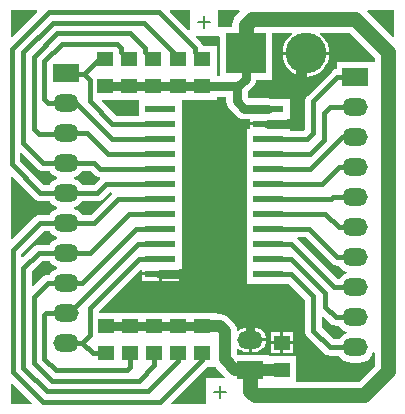
<source format=gtl>
%FSTAX24Y24*%
%MOIN*%
G70*
G01*
G75*
G04 Layer_Physical_Order=1*
G04 Layer_Color=255*
%ADD10R,0.0550X0.0500*%
%ADD11R,0.1030X0.0240*%
%ADD12C,0.0150*%
%ADD13C,0.0500*%
%ADD14C,0.0400*%
%ADD15C,0.0300*%
%ADD16C,0.0071*%
%ADD17O,0.0850X0.0600*%
%ADD18R,0.0850X0.0600*%
%ADD19R,0.1360X0.1360*%
%ADD20C,0.1360*%
G36*
X025754Y030204D02*
X025811Y03016D01*
X025878Y030132D01*
X02595Y030123D01*
X026258D01*
X026318Y030043D01*
X026423Y029963D01*
X026515Y029925D01*
Y029875D01*
X026423Y029837D01*
X026318Y029757D01*
X026258Y029677D01*
X02595D01*
X025878Y029668D01*
X025811Y02964D01*
X025754Y029596D01*
X025007Y02885D01*
X024961Y028869D01*
Y030931D01*
X025007Y03095D01*
X025754Y030204D01*
D02*
G37*
G36*
X026318Y029043D02*
X026423Y028963D01*
X026515Y028925D01*
Y028875D01*
X026423Y028837D01*
X026318Y028757D01*
X026258Y028677D01*
X0259D01*
X025828Y028668D01*
X025761Y02864D01*
X025704Y028596D01*
X025358Y02825D01*
X025311Y028269D01*
Y028369D01*
X026065Y029123D01*
X026258D01*
X026318Y029043D01*
D02*
G37*
G36*
X025854Y031204D02*
X025911Y03116D01*
X025978Y031132D01*
X02605Y031123D01*
X026258D01*
X026318Y031043D01*
X026423Y030963D01*
X026515Y030925D01*
Y030875D01*
X026423Y030837D01*
X026318Y030757D01*
X026258Y030677D01*
X026065D01*
X025277Y031465D01*
Y031715D01*
X025324Y031734D01*
X025854Y031204D01*
D02*
G37*
G36*
X028334Y030376D02*
X027635Y029677D01*
X027342D01*
X027282Y029757D01*
X027177Y029837D01*
X027085Y029875D01*
Y029925D01*
X027177Y029963D01*
X027282Y030043D01*
X027342Y030123D01*
X02785D01*
X027922Y030132D01*
X027961Y030148D01*
X027989Y03016D01*
X028046Y030204D01*
X028265Y030423D01*
X028315D01*
X028334Y030376D01*
D02*
G37*
G36*
X035654Y028054D02*
X035654D01*
X035654Y028054D01*
X035654D01*
X035654Y028054D01*
Y028054D01*
X035654Y028054D01*
Y028054D01*
X035711Y02801D01*
X035778Y027982D01*
X03585Y027973D01*
X035908D01*
X035968Y027893D01*
X036073Y027813D01*
X036165Y027775D01*
Y027725D01*
X036073Y027687D01*
X035968Y027607D01*
X035912Y027533D01*
X035862Y02753D01*
X034516Y028876D01*
X034535Y028923D01*
X034785D01*
X035654Y028054D01*
D02*
G37*
G36*
X031815Y024565D02*
X032113Y024267D01*
X032093Y024221D01*
X031479D01*
Y023361D01*
X030333D01*
X030314Y023407D01*
X031506Y0246D01*
X031788D01*
X031815Y024565D01*
D02*
G37*
G36*
X025665Y023407D02*
X025646Y023361D01*
X024961D01*
Y02345D01*
X024961Y02345D01*
X024961Y02345D01*
Y02345D01*
Y024046D01*
X025007Y024065D01*
X025665Y023407D01*
D02*
G37*
G36*
X026318Y028043D02*
X026423Y027963D01*
X026515Y027925D01*
Y027875D01*
X026423Y027837D01*
X026318Y027757D01*
X026258Y027677D01*
X0262D01*
X026128Y027668D01*
X026061Y02764D01*
X026004Y027596D01*
X025708Y0273D01*
X025661Y027319D01*
Y027769D01*
X026015Y028123D01*
X026258D01*
X026318Y028043D01*
D02*
G37*
G36*
X035604Y026054D02*
X035661Y02601D01*
X035728Y025982D01*
X0358Y025973D01*
X035908D01*
X035968Y025893D01*
X036073Y025813D01*
X036165Y025775D01*
Y025725D01*
X036073Y025687D01*
X035968Y025607D01*
X035908Y025527D01*
X035715D01*
X035327Y025915D01*
Y026265D01*
X035374Y026284D01*
X035604Y026054D01*
D02*
G37*
G36*
X027754Y031004D02*
X027811Y03096D01*
X027878Y030932D01*
X027921Y030926D01*
X027937Y030879D01*
X027735Y030677D01*
X027342D01*
X027282Y030757D01*
X027177Y030837D01*
X027085Y030875D01*
Y030925D01*
X027177Y030963D01*
X027282Y031043D01*
X027342Y031123D01*
X027635D01*
X027754Y031004D01*
D02*
G37*
G36*
X037096Y034912D02*
Y03475D01*
X037075D01*
Y03475D01*
X035825D01*
Y034524D01*
X035778Y034518D01*
X035711Y03449D01*
X035654Y034446D01*
X034854Y033646D01*
X03481Y033589D01*
X034798Y033561D01*
X034782Y033522D01*
X034773Y03345D01*
Y032515D01*
X034735Y032477D01*
X034265D01*
Y03252D01*
X034165D01*
Y03265D01*
X032935D01*
Y03252D01*
X032835D01*
Y03188D01*
Y03138D01*
Y03088D01*
Y03038D01*
Y02988D01*
Y02938D01*
Y02888D01*
Y02838D01*
Y02788D01*
Y02738D01*
X034233D01*
X034773Y02684D01*
Y0258D01*
X034782Y025728D01*
X034798Y025689D01*
X03481Y025661D01*
X034854Y025604D01*
X035404Y025054D01*
X035461Y02501D01*
X035528Y024982D01*
X035528Y024982D01*
X035528Y024982D01*
D01*
X035528Y024982D01*
X035528Y024982D01*
X0356Y024973D01*
X035908D01*
X035968Y024893D01*
X036073Y024813D01*
X036194Y024763D01*
X036325Y024746D01*
X036575D01*
X036706Y024763D01*
X036827Y024813D01*
X036932Y024893D01*
X037012Y024998D01*
X037047Y025083D01*
X037096Y025073D01*
Y024638D01*
X036562Y024104D01*
X034475D01*
Y02495D01*
X033575D01*
Y025D01*
X032521D01*
X032503Y025017D01*
Y025186D01*
X032548Y025208D01*
X032623Y025151D01*
X032721Y02511D01*
X032825Y025097D01*
X0329D01*
Y0255D01*
Y025903D01*
X032825D01*
X032721Y02589D01*
X032623Y025849D01*
X032548Y025792D01*
X032502Y025811D01*
X03249Y025904D01*
X032449Y026002D01*
X032385Y026085D01*
X032235Y026235D01*
X032152Y026299D01*
X032054Y02634D01*
X03195Y026353D01*
X03195Y026353D01*
X031825D01*
Y0264D01*
X027908D01*
X027888Y026446D01*
X029289Y027847D01*
X029335Y027827D01*
Y02775D01*
X030565D01*
Y02788D01*
X030665D01*
Y02838D01*
Y02888D01*
Y02938D01*
Y02988D01*
Y03038D01*
Y03088D01*
Y03138D01*
Y03188D01*
Y03238D01*
Y03288D01*
Y0335D01*
X031825D01*
Y033597D01*
X032147D01*
Y03345D01*
X032159Y033359D01*
X032194Y033273D01*
X03225Y0332D01*
X0325Y03295D01*
X0325Y03295D01*
X0325D01*
X0325Y03295D01*
X0325D01*
X0325Y03295D01*
Y03295D01*
Y03295D01*
D01*
D01*
X0325D01*
Y03295D01*
X032573Y032894D01*
X032659Y032859D01*
X03275Y032847D01*
X032935D01*
Y03275D01*
X034165D01*
Y03288D01*
X034265D01*
Y03352D01*
X033692D01*
X033641Y033541D01*
X03355Y033553D01*
X032896D01*
X032853Y033596D01*
Y033754D01*
X03305Y03395D01*
X033106Y034023D01*
X033141Y034109D01*
X033149Y03417D01*
X03368D01*
Y035746D01*
X034344D01*
X034361Y035699D01*
X034246Y035604D01*
X034148Y035485D01*
X034076Y03535D01*
X034031Y035203D01*
X034021Y0351D01*
X035579D01*
X035569Y035203D01*
X035524Y03535D01*
X035452Y035485D01*
X035354Y035604D01*
X035239Y035699D01*
X035256Y035746D01*
X036262D01*
X037096Y034912D01*
D02*
G37*
G36*
X037739Y035619D02*
X037693Y035599D01*
X036849Y036443D01*
X036869Y036489D01*
X037739D01*
Y035619D01*
D02*
G37*
G36*
X025851Y036443D02*
X025007Y035599D01*
X024961Y035618D01*
Y036489D01*
X025832D01*
X025851Y036443D01*
D02*
G37*
G36*
X031871Y035629D02*
X031885D01*
X03192Y035594D01*
Y034303D01*
X031825D01*
Y0344D01*
Y0353D01*
X031362D01*
X03134Y035353D01*
X031296Y03541D01*
X031123Y035583D01*
X031142Y035629D01*
X031871D01*
Y035629D01*
D02*
G37*
G36*
X032601Y036443D02*
X032479Y036321D01*
X032407Y036227D01*
X032388Y036182D01*
X032362Y036117D01*
X032346Y036D01*
Y03593D01*
X03192D01*
Y03593D01*
X031906D01*
X031871Y035965D01*
Y036489D01*
X032582D01*
X032601Y036443D01*
D02*
G37*
G36*
X029235Y03302D02*
Y032977D01*
X028465D01*
X027988Y033454D01*
X028008Y0335D01*
X029235D01*
Y03302D01*
D02*
G37*
G36*
X030929Y035842D02*
X030883Y035823D01*
X030264Y036443D01*
X030283Y036489D01*
X030929D01*
Y035842D01*
D02*
G37*
%LPC*%
G36*
X03395Y02575D02*
X033625D01*
Y02545D01*
X03395D01*
Y02575D01*
D02*
G37*
G36*
X033472Y02545D02*
X033D01*
Y025097D01*
X033075D01*
X033179Y02511D01*
X033277Y025151D01*
X03336Y025215D01*
X033424Y025298D01*
X033465Y025396D01*
X033472Y02545D01*
D02*
G37*
G36*
X03395Y02535D02*
X033625D01*
Y02505D01*
X03395D01*
Y02535D01*
D02*
G37*
G36*
X034375D02*
X03405D01*
Y02505D01*
X034375D01*
Y02535D01*
D02*
G37*
G36*
X030565Y02765D02*
X03D01*
Y02748D01*
X030565D01*
Y02765D01*
D02*
G37*
G36*
X035579Y035D02*
X03485D01*
Y034271D01*
X034953Y034281D01*
X0351Y034326D01*
X035235Y034398D01*
X035354Y034496D01*
X035452Y034615D01*
X035524Y03475D01*
X035569Y034897D01*
X035579Y035D01*
D02*
G37*
G36*
X03475D02*
X034021D01*
X034031Y034897D01*
X034076Y03475D01*
X034148Y034615D01*
X034246Y034496D01*
X034365Y034398D01*
X0345Y034326D01*
X034647Y034281D01*
X03475Y034271D01*
Y035D01*
D02*
G37*
G36*
X034375Y02575D02*
X03405D01*
Y02545D01*
X034375D01*
Y02575D01*
D02*
G37*
G36*
X033075Y025903D02*
X033D01*
Y02555D01*
X033472D01*
X033465Y025604D01*
X033424Y025702D01*
X03336Y025785D01*
X033277Y025849D01*
X033179Y02589D01*
X033075Y025903D01*
D02*
G37*
G36*
X0299Y02765D02*
X029335D01*
Y02748D01*
X0299D01*
Y02765D01*
D02*
G37*
%LPD*%
D10*
X034Y0254D02*
D03*
Y0245D02*
D03*
X03135Y03395D02*
D03*
Y03485D02*
D03*
X03055Y03395D02*
D03*
Y03485D02*
D03*
X0297Y03395D02*
D03*
Y03485D02*
D03*
X0289Y03395D02*
D03*
Y03485D02*
D03*
X0281Y03395D02*
D03*
Y03485D02*
D03*
X03135Y02595D02*
D03*
Y02505D02*
D03*
X03055Y02595D02*
D03*
Y02505D02*
D03*
X02975Y02595D02*
D03*
Y02505D02*
D03*
X02895Y02595D02*
D03*
Y02505D02*
D03*
X02815Y02595D02*
D03*
Y02505D02*
D03*
D11*
X03355Y0332D02*
D03*
Y0327D02*
D03*
Y0322D02*
D03*
Y0317D02*
D03*
Y0312D02*
D03*
Y0307D02*
D03*
Y0302D02*
D03*
Y0297D02*
D03*
Y0292D02*
D03*
Y0287D02*
D03*
Y0282D02*
D03*
Y0277D02*
D03*
X02995D02*
D03*
Y0282D02*
D03*
Y0287D02*
D03*
Y0292D02*
D03*
Y0297D02*
D03*
Y0302D02*
D03*
Y0307D02*
D03*
Y0312D02*
D03*
Y0317D02*
D03*
Y0322D02*
D03*
Y0327D02*
D03*
Y0332D02*
D03*
D12*
X025Y035199D02*
X026226Y036425D01*
X025Y03135D02*
Y035199D01*
Y03135D02*
X02595Y0304D01*
X025384Y035088D02*
X026371Y036075D01*
X025384Y032066D02*
Y035088D01*
Y032066D02*
X02605Y0314D01*
X025734Y034943D02*
X026516Y035725D01*
X025734Y032516D02*
Y034943D01*
Y032516D02*
X0259Y03235D01*
X026084Y034798D02*
X026661Y035375D01*
X026084Y033516D02*
Y034798D01*
Y033516D02*
X0262Y0334D01*
X028834Y024484D02*
X02895Y0246D01*
X026466Y024484D02*
X028834D01*
X026084Y024866D02*
X026466Y024484D01*
X025734Y024721D02*
X026321Y024134D01*
X029234D01*
X02975Y02465D01*
X029529Y023784D02*
X03055Y024805D01*
X026176Y023784D02*
X029529D01*
X025384Y024576D02*
X026176Y023784D01*
X025034Y024431D02*
X026031Y023434D01*
X029948D01*
X03135Y024836D01*
X026084Y024866D02*
Y026334D01*
X02615Y0264D01*
X025734Y026934D02*
X0262Y0274D01*
X025734Y024721D02*
Y026934D01*
X025384Y024576D02*
Y027884D01*
X0259Y0284D01*
X025034Y028484D02*
X02595Y0294D01*
X025034Y024431D02*
Y028484D01*
X03135Y024836D02*
Y02505D01*
X03055Y024805D02*
Y02505D01*
X02975Y02465D02*
Y02505D01*
X03355Y0277D02*
X034305D01*
X03505Y026955D01*
Y0258D02*
Y026955D01*
Y0258D02*
X0356Y02525D01*
X03645D01*
X03355Y0282D02*
X0343D01*
X03545Y02705D01*
Y0266D02*
Y02705D01*
Y0266D02*
X0358Y02625D01*
X03645D01*
X03355Y0287D02*
X0343D01*
X03575Y02725D01*
X03645D01*
X03355Y0292D02*
X0349D01*
X03585Y02825D01*
X03645D01*
X03355Y0297D02*
X03545D01*
X0359Y02925D01*
X03645D01*
X03355Y0302D02*
X03565D01*
X0357Y03025D01*
X03645D01*
X03355Y0307D02*
X03535D01*
X0359Y03125D01*
X03645D01*
X035995Y03225D02*
X03645D01*
X034945Y0312D02*
X035995Y03225D01*
X03355Y0312D02*
X034945D01*
X03355Y0317D02*
X03495D01*
X0354Y03215D01*
Y03305D01*
X0356Y03325D01*
X03645D01*
X03355Y0322D02*
X03485D01*
X03505Y0324D01*
Y03345D01*
X03585Y03425D01*
X03645D01*
X02595Y0304D02*
X0268D01*
X026226Y036425D02*
X029889D01*
X0311Y035214D01*
Y0351D02*
Y035214D01*
Y0351D02*
X03135Y03485D01*
X02605Y0314D02*
X0268D01*
X026371Y036075D02*
X029389D01*
X03055Y034914D01*
Y03485D02*
Y034914D01*
X02675Y03235D02*
X0268Y0324D01*
X0259Y03235D02*
X02675D01*
X026516Y035725D02*
X028939D01*
X02945Y035214D01*
Y0351D02*
Y035214D01*
Y0351D02*
X0297Y03485D01*
X0262Y0334D02*
X0268D01*
X026661Y035375D02*
X028489D01*
X02865Y035214D01*
Y0351D02*
Y035214D01*
Y0351D02*
X0289Y03485D01*
X0274Y03435D02*
X0279Y03485D01*
X0281D01*
X02595Y0294D02*
X0268D01*
X0259Y0284D02*
X0268D01*
X0262Y0274D02*
X0268D01*
X02895Y0246D02*
Y02505D01*
X02615Y0264D02*
X0268D01*
X02735Y0254D02*
X0277Y02505D01*
X02825D01*
X02925Y0282D02*
X02995D01*
X0276Y02655D02*
X02925Y0282D01*
X0276Y02565D02*
Y02655D01*
X02735Y0254D02*
X0276Y02565D01*
X0268Y0254D02*
X02735D01*
X0292Y0287D02*
X02995D01*
X0269Y0264D02*
X0292Y0287D01*
X0268Y0264D02*
X0269D01*
X02915Y0292D02*
X02995D01*
X02735Y0274D02*
X02915Y0292D01*
X0268Y0274D02*
X02735D01*
X0289Y0297D02*
X02995D01*
X0276Y0284D02*
X0289Y0297D01*
X0268Y0284D02*
X0276D01*
X02855Y0302D02*
X02995D01*
X02775Y0294D02*
X02855Y0302D01*
X0268Y0294D02*
X02775D01*
X02815Y0307D02*
X02995D01*
X02785Y0304D02*
X02815Y0307D01*
X0268Y0304D02*
X02785D01*
X02795Y0312D02*
X02995D01*
X02775Y0314D02*
X02795Y0312D01*
X0268Y0314D02*
X02775D01*
X0282Y0317D02*
X02995D01*
X0275Y0324D02*
X0282Y0317D01*
X0268Y0324D02*
X0275D01*
X02835Y0322D02*
X02995D01*
X02715Y0334D02*
X02835Y0322D01*
X0268Y0334D02*
X02715D01*
X0274Y03435D02*
X0276Y03415D01*
Y03345D02*
Y03415D01*
Y03345D02*
X02835Y0327D01*
X02995D01*
X02685Y03435D02*
X0274D01*
X0268Y0344D02*
X02685Y03435D01*
D13*
X03645Y0362D02*
X03755Y0351D01*
Y02445D02*
Y0351D01*
X03675Y02365D02*
X03755Y02445D01*
X0331Y02365D02*
X03675D01*
X033Y0362D02*
X03645D01*
X0328Y03505D02*
Y036D01*
X033Y0362D01*
X03295Y0238D02*
X0331Y02365D01*
X03295Y0238D02*
Y0245D01*
D14*
X034D01*
X03245D02*
X03295D01*
X0321Y02485D02*
X03245Y0245D01*
X0321Y02485D02*
Y0258D01*
X03195Y02595D02*
X0321Y0258D01*
X03135Y02595D02*
X03195D01*
D15*
X03295Y0255D02*
Y0262D01*
X03145Y0277D02*
X03295Y0262D01*
X02995Y0277D02*
X03145D01*
X0346Y033D02*
Y03485D01*
X0343Y0327D02*
X0346Y033D01*
X03355Y0327D02*
X0343D01*
X0346Y03485D02*
X0348Y03505D01*
X0325Y03345D02*
X03275Y0332D01*
X0325Y0339D02*
X03255Y03395D01*
X0325Y03345D02*
Y0339D01*
X03255Y03395D02*
X0328Y0342D01*
X03055Y02595D02*
X03135D01*
X02975D02*
X03055D01*
X02895D02*
X02975D01*
X02815D02*
X02895D01*
X03275Y0332D02*
X03355D01*
X0328Y0342D02*
Y03505D01*
X03135Y03395D02*
X03255D01*
X03055D02*
X03135D01*
X0297D02*
X03055D01*
X0289D02*
X0297D01*
X0281D02*
X0289D01*
D16*
X0312Y0361D02*
X0316D01*
X0314Y0363D02*
Y0359D01*
X03175Y02375D02*
X03215D01*
X03195Y02395D02*
Y02355D01*
D17*
X03295Y0255D02*
D03*
X0268Y0274D02*
D03*
X0268Y0284D02*
D03*
Y0334D02*
D03*
Y0324D02*
D03*
Y0314D02*
D03*
Y0304D02*
D03*
Y0294D02*
D03*
Y0264D02*
D03*
Y0254D02*
D03*
X03645Y02725D02*
D03*
X03645Y02825D02*
D03*
Y03325D02*
D03*
Y03225D02*
D03*
Y03125D02*
D03*
Y03025D02*
D03*
Y02925D02*
D03*
Y02625D02*
D03*
Y02525D02*
D03*
D18*
X03295Y0245D02*
D03*
X0268Y0344D02*
D03*
X03645Y03425D02*
D03*
D19*
X0328Y03505D02*
D03*
D20*
X0348D02*
D03*
M02*

</source>
